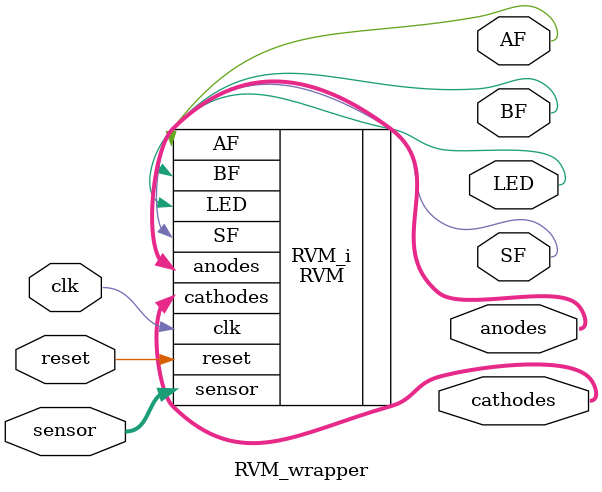
<source format=v>
`timescale 1 ps / 1 ps

module RVM_wrapper
   (AF,
    BF,
    LED,
    SF,
    anodes,
    cathodes,
    clk,
    reset,
    sensor);
  output AF;
  output BF;
  output LED;
  output SF;
  output [3:0]anodes;
  output [6:0]cathodes;
  input clk;
  input reset;
  input [3:0]sensor;

  wire AF;
  wire BF;
  wire LED;
  wire SF;
  wire [3:0]anodes;
  wire [6:0]cathodes;
  wire clk;
  wire reset;
  wire [3:0]sensor;

  RVM RVM_i
       (.AF(AF),
        .BF(BF),
        .LED(LED),
        .SF(SF),
        .anodes(anodes),
        .cathodes(cathodes),
        .clk(clk),
        .reset(reset),
        .sensor(sensor));
endmodule

</source>
